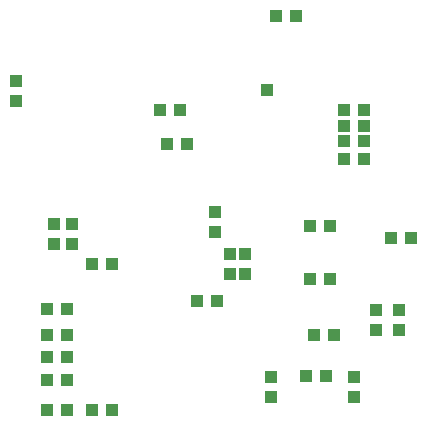
<source format=gbr>
G75*
%MOMM*%
%OFA0B0*%
%FSLAX33Y33*%
%IPPOS*%
%LPD*%
%AMOC8*
5,1,8,0,0,1.08239X$1,22.5*
%
%ADD10R,1.100X1.000*%
%ADD11R,1.000X1.100*%
%ADD12R,1.400X1.600*%
%ADD13R,2.500X0.500*%
%ADD14R,2.500X2.000*%
%ADD15R,1.200X1.400*%
%ADD16OC8,1.880*%
%ADD17C,0.635*%
%ADD18R,1.200X0.600*%
%ADD19R,1.000X1.800*%
%ADD20C,1.880*%
%ADD21R,0.400X0.250*%
%ADD22C,0.450*%
%ADD23C,0.254*%
%ADD24R,1.270X0.635*%
%ADD25R,1.524X0.762*%
%ADD26R,0.381X1.143*%
%ADD27R,1.270X0.559*%
%ADD28R,0.559X1.270*%
%ADD29R,0.900X0.800*%
%ADD30R,2.032X2.032*%
%ADD31C,2.032*%
%ADD32R,1.200X0.800*%
%ADD33R,0.635X1.270*%
%ADD34R,0.700X0.700*%
%ADD35C,0.203*%
%ADD36C,0.737*%
%ADD37C,0.508*%
D10*
X35557Y20849D03*
X37257Y20849D03*
X39367Y20849D03*
X41067Y20849D03*
X37257Y23389D03*
X35557Y23389D03*
X35557Y25294D03*
X37257Y25294D03*
X37257Y27199D03*
X35557Y27199D03*
X35557Y29422D03*
X37257Y29422D03*
X39367Y33232D03*
X41067Y33232D03*
X48257Y30057D03*
X49957Y30057D03*
X57782Y31962D03*
X59482Y31962D03*
X64640Y35391D03*
X66340Y35391D03*
X59482Y36407D03*
X57782Y36407D03*
X60703Y42122D03*
X62403Y42122D03*
X62403Y43646D03*
X62403Y44916D03*
X60703Y44916D03*
X60703Y43646D03*
X60703Y46249D03*
X62403Y46249D03*
X56624Y54187D03*
X54924Y54187D03*
X46782Y46249D03*
X45082Y46249D03*
X45717Y43392D03*
X47417Y43392D03*
X58099Y27199D03*
X59799Y27199D03*
X59164Y23707D03*
X57464Y23707D03*
D11*
X54504Y23604D03*
X54504Y21904D03*
X61489Y21904D03*
X61489Y23604D03*
X63394Y27619D03*
X63394Y29319D03*
X65299Y29319D03*
X65299Y27619D03*
X52282Y32382D03*
X51012Y32382D03*
X51012Y34082D03*
X52282Y34082D03*
X49742Y35874D03*
X49742Y37574D03*
X37677Y36622D03*
X36089Y36622D03*
X36089Y34922D03*
X37677Y34922D03*
X32914Y46987D03*
X32914Y48687D03*
X54187Y47939D03*

</source>
